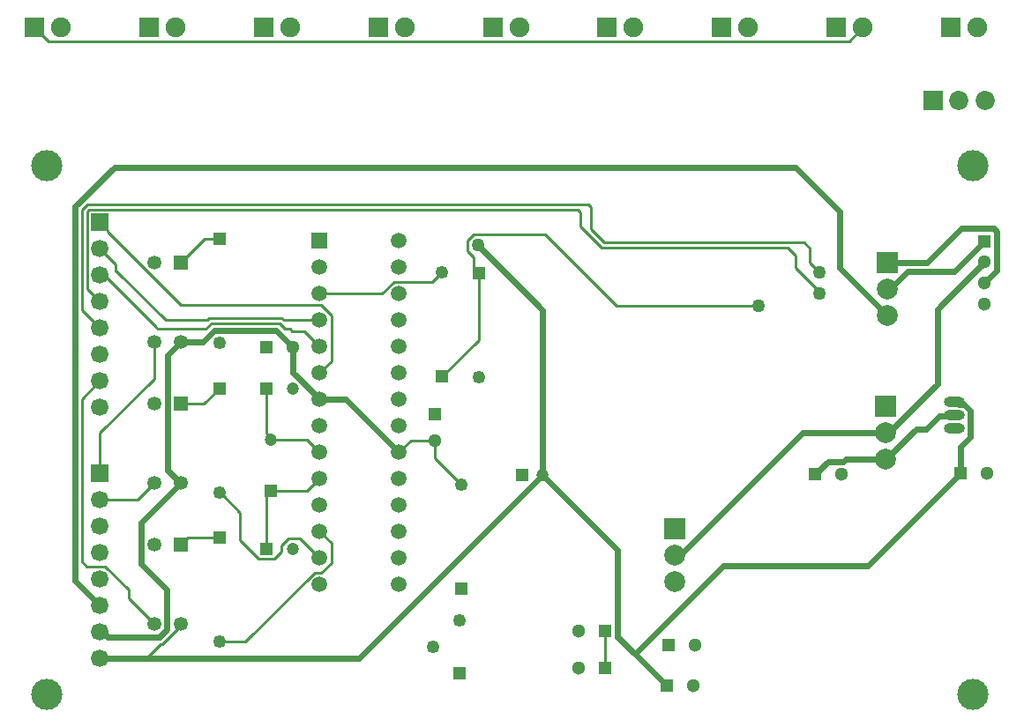
<source format=gbl>
G04*
G04 #@! TF.GenerationSoftware,Altium Limited,Altium Designer,24.2.2 (26)*
G04*
G04 Layer_Physical_Order=2*
G04 Layer_Color=16711680*
%FSLAX44Y44*%
%MOMM*%
G71*
G04*
G04 #@! TF.SameCoordinates,EEC84D6A-0AE8-4C3C-B58C-44986A5593EB*
G04*
G04*
G04 #@! TF.FilePolarity,Positive*
G04*
G01*
G75*
%ADD14C,0.6000*%
%ADD16C,0.2540*%
%ADD18R,2.0000X2.0000*%
%ADD31C,1.8500*%
%ADD32R,1.8500X1.8500*%
%ADD33C,1.9000*%
%ADD34R,1.9000X1.9000*%
%ADD35C,2.0000*%
%ADD40C,1.3000*%
%ADD41R,1.3000X1.3000*%
%ADD42C,1.6900*%
%ADD43R,1.6900X1.6900*%
%ADD44C,1.3500*%
%ADD45R,1.3500X1.3500*%
%ADD46C,1.2500*%
%ADD47R,1.2500X1.2500*%
%ADD48C,1.2000*%
%ADD49R,1.2000X1.2000*%
%ADD59R,1.3000X1.3000*%
%ADD60O,2.0000X1.0000*%
%ADD61O,2.0000X1.0000*%
%ADD62R,1.2000X1.2000*%
%ADD63C,1.5000*%
%ADD64R,1.5000X1.5000*%
%ADD65C,1.2700*%
%ADD66C,3.0000*%
D14*
X692912Y710692D02*
X755490Y648114D01*
Y490220D02*
Y648114D01*
X928462Y402935D02*
X1067907D01*
X843661Y318135D02*
X928462Y402935D01*
X1067907D02*
X1156208Y491236D01*
X843661Y318135D02*
X874522Y287274D01*
X827380Y334416D02*
X843661Y318135D01*
X1086100Y693928D02*
X1124326D01*
X1156968Y726570D02*
X1188195D01*
X1124326Y693928D02*
X1156968Y726570D01*
X1188195D02*
X1191440Y723325D01*
Y686570D02*
Y723325D01*
X1150258Y685388D02*
X1179400Y714530D01*
X1105395Y685388D02*
X1150258D01*
X1179400Y674530D02*
X1191440Y686570D01*
X1091329Y671322D02*
X1105395Y685388D01*
X1043565Y502514D02*
X1046003Y504952D01*
X1084834D01*
X1017016Y490474D02*
X1029056Y502514D01*
X1043565D01*
X1159732Y557910D02*
X1165906Y551736D01*
Y526335D02*
Y551736D01*
X1156208Y516637D02*
X1165906Y526335D01*
X1154696Y557910D02*
X1159732D01*
X1156208Y491236D02*
Y516637D01*
X1113790Y533908D02*
X1123188D01*
X1084834Y504952D02*
X1113790Y533908D01*
X1149601Y546605D02*
X1150366Y547370D01*
X1135885Y546605D02*
X1149601D01*
X1123188Y533908D02*
X1135885Y546605D01*
X1090930Y671322D02*
X1091329D01*
X1086100Y668528D02*
X1088136D01*
X1090930Y671322D01*
X1089660Y529336D02*
Y532743D01*
X1134342Y649473D02*
X1179400Y694530D01*
X1134342Y577426D02*
Y649473D01*
X1089660Y532743D02*
X1134342Y577426D01*
X1084834Y530352D02*
X1088644D01*
X1089660Y529336D01*
X1004570Y530352D02*
X1084834D01*
X889901Y415683D02*
X1004570Y530352D01*
X884567Y415683D02*
X889901D01*
X881888Y413004D02*
X884567Y415683D01*
X306050Y388640D02*
X330200Y364490D01*
X306050Y388640D02*
Y747743D01*
X344127Y785820D01*
X997805D01*
X1040522Y743103D01*
Y688706D02*
Y743103D01*
Y688706D02*
X1086100Y643128D01*
X337904Y334336D02*
X387361D01*
X333149Y339090D02*
X337904Y334336D01*
X387361D02*
X394560Y341535D01*
X369980Y404252D02*
X394560Y379672D01*
X369980Y404252D02*
Y444418D01*
X407670Y482108D01*
X394560Y341535D02*
Y379672D01*
X330200Y339090D02*
X333149D01*
X395380Y494398D02*
X407670Y482108D01*
X395380Y605300D02*
X407670Y617590D01*
X395380Y494398D02*
Y605300D01*
X428834Y617590D02*
X440124Y628880D01*
X499792D01*
X407670Y617590D02*
X428834D01*
X499792Y628880D02*
X515770Y612902D01*
X541020Y562610D02*
X566420D01*
X617220Y511810D01*
X541020Y562610D02*
Y563290D01*
X515770Y588540D02*
Y612902D01*
Y588540D02*
X541020Y563290D01*
X374734Y313690D02*
X578960D01*
X330200D02*
X374734D01*
X578960D02*
X755490Y490220D01*
X827380Y334416D02*
Y418330D01*
X755490Y490220D02*
X827380Y418330D01*
D16*
X1049390Y906690D02*
X1062700Y920000D01*
X280610Y906690D02*
X1049390D01*
X267300Y920000D02*
X280610Y906690D01*
X757428Y720852D02*
X826008Y652272D01*
X962660D01*
X688704Y720852D02*
X757428D01*
X682752Y714900D02*
X688704Y720852D01*
X682752Y704903D02*
Y714900D01*
Y704903D02*
X688948Y698707D01*
Y688710D02*
Y698707D01*
Y688710D02*
X693928Y683730D01*
X1011936Y693674D02*
X1020826Y684784D01*
X998220Y688848D02*
X1020826Y666242D01*
Y664464D02*
Y666242D01*
X1011936Y693674D02*
Y707661D01*
X815340Y304800D02*
Y340360D01*
X443106Y470030D02*
X448261D01*
X522320Y428910D02*
X541020Y410210D01*
X511157Y428910D02*
X522320D01*
X504477Y422231D02*
X511157Y428910D01*
X504477Y415969D02*
Y422231D01*
X482642Y409290D02*
X497798D01*
X464778Y427154D02*
Y453513D01*
X497798Y409290D02*
X504477Y415969D01*
X448261Y470030D02*
X464778Y453513D01*
X442722Y469646D02*
X443106Y470030D01*
X464778Y427154D02*
X482642Y409290D01*
X442722Y470997D02*
X445008Y473283D01*
X442722Y469646D02*
Y470997D01*
X312860Y406872D02*
X317582Y402150D01*
X335278D01*
X357726Y379703D01*
Y371170D02*
Y379703D01*
Y371170D02*
X382270Y346626D01*
X312860Y406872D02*
Y563050D01*
X330200Y580390D01*
X317940Y668850D02*
Y742818D01*
X312860Y744922D02*
X318068Y750130D01*
X788940Y745050D02*
X791464Y742526D01*
X320172Y745050D02*
X788940D01*
X798846Y750130D02*
X801370Y747606D01*
X318068Y750130D02*
X798846D01*
X1006127Y713470D02*
X1011936Y707661D01*
X801370Y726032D02*
Y747606D01*
X791464Y728754D02*
Y742526D01*
X317940Y742818D02*
X320172Y745050D01*
X813932Y713470D02*
X1006127D01*
X312860Y648530D02*
Y744922D01*
X801370Y726032D02*
X813932Y713470D01*
X791464Y728754D02*
X811828Y708390D01*
X990144D01*
X998220Y688848D02*
Y700314D01*
X990144Y708390D02*
X998220Y700314D01*
X407670Y345015D02*
Y346626D01*
X388570Y327526D02*
X390181D01*
X407670Y345015D01*
X374734Y313690D02*
X388570Y327526D01*
X431788Y630174D02*
X437304Y635690D01*
X435200Y640770D02*
X504717D01*
X502613Y635690D02*
X508129Y630174D01*
X513078D01*
X385536D02*
X431788D01*
X393192Y638810D02*
X433240D01*
X435200Y640770D01*
X437304Y635690D02*
X502613D01*
X504717Y640770D02*
X506677Y638810D01*
X541020D01*
X330200Y530468D02*
X382270Y582538D01*
Y617590D01*
X334010Y681990D02*
X384048Y631952D01*
Y631662D02*
X385536Y630174D01*
X346202Y685800D02*
X393192Y638810D01*
X384048Y631662D02*
Y631952D01*
X330200Y681990D02*
X334010D01*
X407670Y693790D02*
X430970Y717090D01*
X445008D01*
X430033Y558308D02*
X445008Y573283D01*
X407670Y558308D02*
X430033D01*
X330200Y491490D02*
Y530468D01*
Y466090D02*
X366252D01*
X382270Y482108D01*
X414320Y429476D02*
X445008D01*
X407670Y422826D02*
X414320Y429476D01*
X541020Y435610D02*
X552330Y424300D01*
Y405525D02*
Y424300D01*
X542925Y396120D02*
X552330Y405525D01*
X536335Y396120D02*
X542925D01*
X469691Y329476D02*
X536335Y396120D01*
X445008Y329476D02*
X469691D01*
X526138Y628292D02*
X541020Y613410D01*
X514961Y628292D02*
X526138D01*
X513078Y630174D02*
X514961Y628292D01*
X408226Y652900D02*
X542925D01*
X552330Y643495D01*
X337380Y723746D02*
X408226Y652900D01*
X552330Y599320D02*
Y643495D01*
X337380Y723746D02*
Y725610D01*
X345694Y685800D02*
Y691896D01*
X330200Y707390D02*
X345694Y691896D01*
Y685800D02*
X346202D01*
X658876Y584746D02*
X693928Y619798D01*
Y683730D01*
X601225Y664210D02*
X612535Y675520D01*
X541020Y664210D02*
X601225D01*
X612535Y675520D02*
X649650D01*
X658876Y684746D01*
X541020Y588010D02*
X552330Y599320D01*
X317940Y668850D02*
X330200Y656590D01*
X312860Y648530D02*
X330200Y631190D01*
Y732790D02*
X337380Y725610D01*
X490220Y419100D02*
Y470900D01*
Y529880D02*
Y572770D01*
Y470900D02*
X494030Y474710D01*
X490220Y529880D02*
X494030Y526070D01*
Y523510D02*
Y526070D01*
Y474710D02*
X529320D01*
X494030Y523510D02*
X529320D01*
Y474710D02*
X541020Y486410D01*
X628650Y523240D02*
X651510D01*
X617220Y511810D02*
X628650Y523240D01*
X651510Y505930D02*
Y523240D01*
Y505930D02*
X676910Y480530D01*
X529320Y523510D02*
X541020Y511810D01*
D18*
X1084834Y555752D02*
D03*
X1086100Y693928D02*
D03*
X881888Y438404D02*
D03*
D31*
X1180000Y850000D02*
D03*
X1155000D02*
D03*
D32*
X1130000D02*
D03*
D33*
X732700Y920000D02*
D03*
X842700D02*
D03*
X1172700D02*
D03*
X1062700D02*
D03*
X952700D02*
D03*
X402700D02*
D03*
X622700D02*
D03*
X512700D02*
D03*
X292700D02*
D03*
D34*
X707300D02*
D03*
X817300D02*
D03*
X1147300D02*
D03*
X1037300D02*
D03*
X927300D02*
D03*
X377300D02*
D03*
X597300D02*
D03*
X487300D02*
D03*
X267300D02*
D03*
D35*
X1084834Y504952D02*
D03*
Y530352D02*
D03*
X1086100Y643128D02*
D03*
Y668528D02*
D03*
X881888Y387604D02*
D03*
Y413004D02*
D03*
D40*
X1042416Y490474D02*
D03*
X1181608Y491236D02*
D03*
X1179400Y654530D02*
D03*
Y674530D02*
D03*
Y694530D02*
D03*
X515770Y612902D02*
D03*
X651510Y523240D02*
D03*
X789940Y340360D02*
D03*
Y304800D02*
D03*
X901954Y326136D02*
D03*
X899922Y287274D02*
D03*
D41*
X1179400Y714530D02*
D03*
X651510Y548640D02*
D03*
D42*
X330200Y554990D02*
D03*
Y580390D02*
D03*
Y605790D02*
D03*
Y631190D02*
D03*
Y656590D02*
D03*
Y681990D02*
D03*
Y707390D02*
D03*
Y466090D02*
D03*
Y440690D02*
D03*
Y415290D02*
D03*
Y389890D02*
D03*
Y364490D02*
D03*
Y339090D02*
D03*
Y313690D02*
D03*
D43*
Y732790D02*
D03*
Y491490D02*
D03*
D44*
X407670Y346626D02*
D03*
X382270D02*
D03*
Y422826D02*
D03*
X407670Y482108D02*
D03*
X382270D02*
D03*
Y558308D02*
D03*
X407670Y617590D02*
D03*
X382270D02*
D03*
Y693790D02*
D03*
D45*
X407670Y422826D02*
D03*
Y558308D02*
D03*
Y693790D02*
D03*
D46*
X445008Y473283D02*
D03*
Y329476D02*
D03*
Y617090D02*
D03*
X693928Y583730D02*
D03*
X675640Y350520D02*
D03*
X650240Y325120D02*
D03*
X676910Y480530D02*
D03*
X658876Y684746D02*
D03*
D47*
X445008Y573283D02*
D03*
Y429476D02*
D03*
Y717090D02*
D03*
X693928Y683730D02*
D03*
X675640Y299720D02*
D03*
X676910Y380530D02*
D03*
X658876Y584746D02*
D03*
D48*
X515220Y419100D02*
D03*
X494030Y523510D02*
D03*
X515220Y572770D02*
D03*
X755490Y490220D02*
D03*
D49*
X490220Y419100D02*
D03*
Y572770D02*
D03*
X735490Y490220D02*
D03*
D59*
X1017016Y490474D02*
D03*
X1156208Y491236D02*
D03*
X490370Y612902D02*
D03*
X815340Y340360D02*
D03*
Y304800D02*
D03*
X876554Y326136D02*
D03*
X874522Y287274D02*
D03*
D60*
X1150366Y534670D02*
D03*
Y547370D02*
D03*
D61*
Y560070D02*
D03*
D62*
X494030Y474710D02*
D03*
D63*
X617220Y384810D02*
D03*
Y410210D02*
D03*
Y435610D02*
D03*
Y461010D02*
D03*
Y486410D02*
D03*
Y511810D02*
D03*
Y537210D02*
D03*
Y562610D02*
D03*
Y588010D02*
D03*
Y613410D02*
D03*
Y638810D02*
D03*
Y664210D02*
D03*
Y689610D02*
D03*
Y715010D02*
D03*
X541020Y384810D02*
D03*
Y410210D02*
D03*
Y435610D02*
D03*
Y461010D02*
D03*
Y486410D02*
D03*
Y511810D02*
D03*
Y537210D02*
D03*
Y562610D02*
D03*
Y588010D02*
D03*
Y613410D02*
D03*
Y638810D02*
D03*
Y664210D02*
D03*
Y689610D02*
D03*
D64*
Y715010D02*
D03*
D65*
X962660Y652272D02*
D03*
X1020826Y684784D02*
D03*
Y664464D02*
D03*
X692912Y710692D02*
D03*
D66*
X1168400Y279400D02*
D03*
Y787400D02*
D03*
X279400D02*
D03*
Y279400D02*
D03*
M02*

</source>
